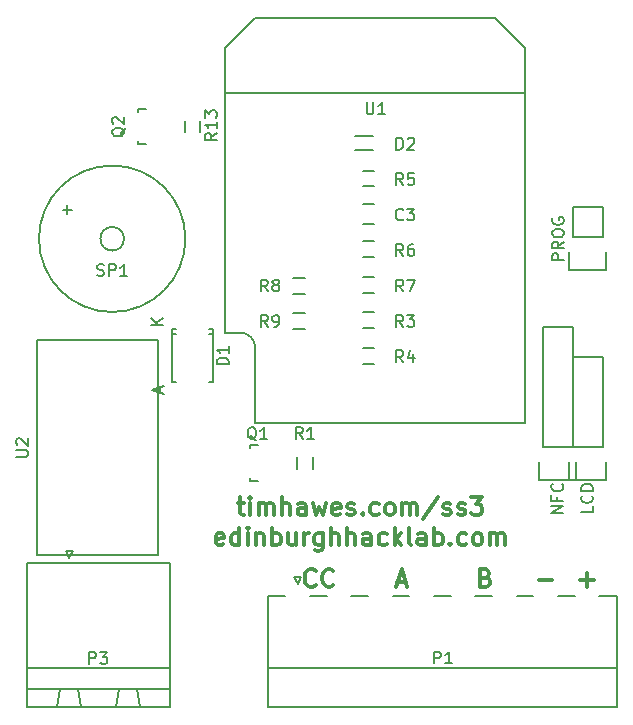
<source format=gto>
G04 #@! TF.GenerationSoftware,KiCad,Pcbnew,(5.0.0-3-g5ebb6b6)*
G04 #@! TF.CreationDate,2018-11-06T19:13:36+00:00*
G04 #@! TF.ProjectId,stony_skunk,73746F6E795F736B756E6B2E6B696361,rev?*
G04 #@! TF.SameCoordinates,Original*
G04 #@! TF.FileFunction,Legend,Top*
G04 #@! TF.FilePolarity,Positive*
%FSLAX46Y46*%
G04 Gerber Fmt 4.6, Leading zero omitted, Abs format (unit mm)*
G04 Created by KiCad (PCBNEW (5.0.0-3-g5ebb6b6)) date Tuesday, 06 November 2018 at 19:13:36*
%MOMM*%
%LPD*%
G01*
G04 APERTURE LIST*
%ADD10C,0.300000*%
%ADD11C,0.150000*%
G04 APERTURE END LIST*
D10*
X103828571Y-98907142D02*
X104971428Y-98907142D01*
X107328571Y-98907142D02*
X108471428Y-98907142D01*
X107900000Y-99478571D02*
X107900000Y-98335714D01*
X99307142Y-98692857D02*
X99521428Y-98764285D01*
X99592857Y-98835714D01*
X99664285Y-98978571D01*
X99664285Y-99192857D01*
X99592857Y-99335714D01*
X99521428Y-99407142D01*
X99378571Y-99478571D01*
X98807142Y-99478571D01*
X98807142Y-97978571D01*
X99307142Y-97978571D01*
X99450000Y-98050000D01*
X99521428Y-98121428D01*
X99592857Y-98264285D01*
X99592857Y-98407142D01*
X99521428Y-98550000D01*
X99450000Y-98621428D01*
X99307142Y-98692857D01*
X98807142Y-98692857D01*
X91842857Y-99050000D02*
X92557142Y-99050000D01*
X91700000Y-99478571D02*
X92200000Y-97978571D01*
X92700000Y-99478571D01*
X84914285Y-99335714D02*
X84842857Y-99407142D01*
X84628571Y-99478571D01*
X84485714Y-99478571D01*
X84271428Y-99407142D01*
X84128571Y-99264285D01*
X84057142Y-99121428D01*
X83985714Y-98835714D01*
X83985714Y-98621428D01*
X84057142Y-98335714D01*
X84128571Y-98192857D01*
X84271428Y-98050000D01*
X84485714Y-97978571D01*
X84628571Y-97978571D01*
X84842857Y-98050000D01*
X84914285Y-98121428D01*
X86414285Y-99335714D02*
X86342857Y-99407142D01*
X86128571Y-99478571D01*
X85985714Y-99478571D01*
X85771428Y-99407142D01*
X85628571Y-99264285D01*
X85557142Y-99121428D01*
X85485714Y-98835714D01*
X85485714Y-98621428D01*
X85557142Y-98335714D01*
X85628571Y-98192857D01*
X85771428Y-98050000D01*
X85985714Y-97978571D01*
X86128571Y-97978571D01*
X86342857Y-98050000D01*
X86414285Y-98121428D01*
X78321428Y-92403571D02*
X78892857Y-92403571D01*
X78535714Y-91903571D02*
X78535714Y-93189285D01*
X78607142Y-93332142D01*
X78750000Y-93403571D01*
X78892857Y-93403571D01*
X79392857Y-93403571D02*
X79392857Y-92403571D01*
X79392857Y-91903571D02*
X79321428Y-91975000D01*
X79392857Y-92046428D01*
X79464285Y-91975000D01*
X79392857Y-91903571D01*
X79392857Y-92046428D01*
X80107142Y-93403571D02*
X80107142Y-92403571D01*
X80107142Y-92546428D02*
X80178571Y-92475000D01*
X80321428Y-92403571D01*
X80535714Y-92403571D01*
X80678571Y-92475000D01*
X80750000Y-92617857D01*
X80750000Y-93403571D01*
X80750000Y-92617857D02*
X80821428Y-92475000D01*
X80964285Y-92403571D01*
X81178571Y-92403571D01*
X81321428Y-92475000D01*
X81392857Y-92617857D01*
X81392857Y-93403571D01*
X82107142Y-93403571D02*
X82107142Y-91903571D01*
X82750000Y-93403571D02*
X82750000Y-92617857D01*
X82678571Y-92475000D01*
X82535714Y-92403571D01*
X82321428Y-92403571D01*
X82178571Y-92475000D01*
X82107142Y-92546428D01*
X84107142Y-93403571D02*
X84107142Y-92617857D01*
X84035714Y-92475000D01*
X83892857Y-92403571D01*
X83607142Y-92403571D01*
X83464285Y-92475000D01*
X84107142Y-93332142D02*
X83964285Y-93403571D01*
X83607142Y-93403571D01*
X83464285Y-93332142D01*
X83392857Y-93189285D01*
X83392857Y-93046428D01*
X83464285Y-92903571D01*
X83607142Y-92832142D01*
X83964285Y-92832142D01*
X84107142Y-92760714D01*
X84678571Y-92403571D02*
X84964285Y-93403571D01*
X85250000Y-92689285D01*
X85535714Y-93403571D01*
X85821428Y-92403571D01*
X86964285Y-93332142D02*
X86821428Y-93403571D01*
X86535714Y-93403571D01*
X86392857Y-93332142D01*
X86321428Y-93189285D01*
X86321428Y-92617857D01*
X86392857Y-92475000D01*
X86535714Y-92403571D01*
X86821428Y-92403571D01*
X86964285Y-92475000D01*
X87035714Y-92617857D01*
X87035714Y-92760714D01*
X86321428Y-92903571D01*
X87607142Y-93332142D02*
X87750000Y-93403571D01*
X88035714Y-93403571D01*
X88178571Y-93332142D01*
X88250000Y-93189285D01*
X88250000Y-93117857D01*
X88178571Y-92975000D01*
X88035714Y-92903571D01*
X87821428Y-92903571D01*
X87678571Y-92832142D01*
X87607142Y-92689285D01*
X87607142Y-92617857D01*
X87678571Y-92475000D01*
X87821428Y-92403571D01*
X88035714Y-92403571D01*
X88178571Y-92475000D01*
X88892857Y-93260714D02*
X88964285Y-93332142D01*
X88892857Y-93403571D01*
X88821428Y-93332142D01*
X88892857Y-93260714D01*
X88892857Y-93403571D01*
X90250000Y-93332142D02*
X90107142Y-93403571D01*
X89821428Y-93403571D01*
X89678571Y-93332142D01*
X89607142Y-93260714D01*
X89535714Y-93117857D01*
X89535714Y-92689285D01*
X89607142Y-92546428D01*
X89678571Y-92475000D01*
X89821428Y-92403571D01*
X90107142Y-92403571D01*
X90250000Y-92475000D01*
X91107142Y-93403571D02*
X90964285Y-93332142D01*
X90892857Y-93260714D01*
X90821428Y-93117857D01*
X90821428Y-92689285D01*
X90892857Y-92546428D01*
X90964285Y-92475000D01*
X91107142Y-92403571D01*
X91321428Y-92403571D01*
X91464285Y-92475000D01*
X91535714Y-92546428D01*
X91607142Y-92689285D01*
X91607142Y-93117857D01*
X91535714Y-93260714D01*
X91464285Y-93332142D01*
X91321428Y-93403571D01*
X91107142Y-93403571D01*
X92250000Y-93403571D02*
X92250000Y-92403571D01*
X92250000Y-92546428D02*
X92321428Y-92475000D01*
X92464285Y-92403571D01*
X92678571Y-92403571D01*
X92821428Y-92475000D01*
X92892857Y-92617857D01*
X92892857Y-93403571D01*
X92892857Y-92617857D02*
X92964285Y-92475000D01*
X93107142Y-92403571D01*
X93321428Y-92403571D01*
X93464285Y-92475000D01*
X93535714Y-92617857D01*
X93535714Y-93403571D01*
X95321428Y-91832142D02*
X94035714Y-93760714D01*
X95750000Y-93332142D02*
X95892857Y-93403571D01*
X96178571Y-93403571D01*
X96321428Y-93332142D01*
X96392857Y-93189285D01*
X96392857Y-93117857D01*
X96321428Y-92975000D01*
X96178571Y-92903571D01*
X95964285Y-92903571D01*
X95821428Y-92832142D01*
X95750000Y-92689285D01*
X95750000Y-92617857D01*
X95821428Y-92475000D01*
X95964285Y-92403571D01*
X96178571Y-92403571D01*
X96321428Y-92475000D01*
X96964285Y-93332142D02*
X97107142Y-93403571D01*
X97392857Y-93403571D01*
X97535714Y-93332142D01*
X97607142Y-93189285D01*
X97607142Y-93117857D01*
X97535714Y-92975000D01*
X97392857Y-92903571D01*
X97178571Y-92903571D01*
X97035714Y-92832142D01*
X96964285Y-92689285D01*
X96964285Y-92617857D01*
X97035714Y-92475000D01*
X97178571Y-92403571D01*
X97392857Y-92403571D01*
X97535714Y-92475000D01*
X98107142Y-91903571D02*
X99035714Y-91903571D01*
X98535714Y-92475000D01*
X98750000Y-92475000D01*
X98892857Y-92546428D01*
X98964285Y-92617857D01*
X99035714Y-92760714D01*
X99035714Y-93117857D01*
X98964285Y-93260714D01*
X98892857Y-93332142D01*
X98750000Y-93403571D01*
X98321428Y-93403571D01*
X98178571Y-93332142D01*
X98107142Y-93260714D01*
X77107142Y-95882142D02*
X76964285Y-95953571D01*
X76678571Y-95953571D01*
X76535714Y-95882142D01*
X76464285Y-95739285D01*
X76464285Y-95167857D01*
X76535714Y-95025000D01*
X76678571Y-94953571D01*
X76964285Y-94953571D01*
X77107142Y-95025000D01*
X77178571Y-95167857D01*
X77178571Y-95310714D01*
X76464285Y-95453571D01*
X78464285Y-95953571D02*
X78464285Y-94453571D01*
X78464285Y-95882142D02*
X78321428Y-95953571D01*
X78035714Y-95953571D01*
X77892857Y-95882142D01*
X77821428Y-95810714D01*
X77750000Y-95667857D01*
X77750000Y-95239285D01*
X77821428Y-95096428D01*
X77892857Y-95025000D01*
X78035714Y-94953571D01*
X78321428Y-94953571D01*
X78464285Y-95025000D01*
X79178571Y-95953571D02*
X79178571Y-94953571D01*
X79178571Y-94453571D02*
X79107142Y-94525000D01*
X79178571Y-94596428D01*
X79250000Y-94525000D01*
X79178571Y-94453571D01*
X79178571Y-94596428D01*
X79892857Y-94953571D02*
X79892857Y-95953571D01*
X79892857Y-95096428D02*
X79964285Y-95025000D01*
X80107142Y-94953571D01*
X80321428Y-94953571D01*
X80464285Y-95025000D01*
X80535714Y-95167857D01*
X80535714Y-95953571D01*
X81250000Y-95953571D02*
X81250000Y-94453571D01*
X81250000Y-95025000D02*
X81392857Y-94953571D01*
X81678571Y-94953571D01*
X81821428Y-95025000D01*
X81892857Y-95096428D01*
X81964285Y-95239285D01*
X81964285Y-95667857D01*
X81892857Y-95810714D01*
X81821428Y-95882142D01*
X81678571Y-95953571D01*
X81392857Y-95953571D01*
X81250000Y-95882142D01*
X83250000Y-94953571D02*
X83250000Y-95953571D01*
X82607142Y-94953571D02*
X82607142Y-95739285D01*
X82678571Y-95882142D01*
X82821428Y-95953571D01*
X83035714Y-95953571D01*
X83178571Y-95882142D01*
X83250000Y-95810714D01*
X83964285Y-95953571D02*
X83964285Y-94953571D01*
X83964285Y-95239285D02*
X84035714Y-95096428D01*
X84107142Y-95025000D01*
X84250000Y-94953571D01*
X84392857Y-94953571D01*
X85535714Y-94953571D02*
X85535714Y-96167857D01*
X85464285Y-96310714D01*
X85392857Y-96382142D01*
X85250000Y-96453571D01*
X85035714Y-96453571D01*
X84892857Y-96382142D01*
X85535714Y-95882142D02*
X85392857Y-95953571D01*
X85107142Y-95953571D01*
X84964285Y-95882142D01*
X84892857Y-95810714D01*
X84821428Y-95667857D01*
X84821428Y-95239285D01*
X84892857Y-95096428D01*
X84964285Y-95025000D01*
X85107142Y-94953571D01*
X85392857Y-94953571D01*
X85535714Y-95025000D01*
X86250000Y-95953571D02*
X86250000Y-94453571D01*
X86892857Y-95953571D02*
X86892857Y-95167857D01*
X86821428Y-95025000D01*
X86678571Y-94953571D01*
X86464285Y-94953571D01*
X86321428Y-95025000D01*
X86250000Y-95096428D01*
X87607142Y-95953571D02*
X87607142Y-94453571D01*
X88250000Y-95953571D02*
X88250000Y-95167857D01*
X88178571Y-95025000D01*
X88035714Y-94953571D01*
X87821428Y-94953571D01*
X87678571Y-95025000D01*
X87607142Y-95096428D01*
X89607142Y-95953571D02*
X89607142Y-95167857D01*
X89535714Y-95025000D01*
X89392857Y-94953571D01*
X89107142Y-94953571D01*
X88964285Y-95025000D01*
X89607142Y-95882142D02*
X89464285Y-95953571D01*
X89107142Y-95953571D01*
X88964285Y-95882142D01*
X88892857Y-95739285D01*
X88892857Y-95596428D01*
X88964285Y-95453571D01*
X89107142Y-95382142D01*
X89464285Y-95382142D01*
X89607142Y-95310714D01*
X90964285Y-95882142D02*
X90821428Y-95953571D01*
X90535714Y-95953571D01*
X90392857Y-95882142D01*
X90321428Y-95810714D01*
X90250000Y-95667857D01*
X90250000Y-95239285D01*
X90321428Y-95096428D01*
X90392857Y-95025000D01*
X90535714Y-94953571D01*
X90821428Y-94953571D01*
X90964285Y-95025000D01*
X91607142Y-95953571D02*
X91607142Y-94453571D01*
X91750000Y-95382142D02*
X92178571Y-95953571D01*
X92178571Y-94953571D02*
X91607142Y-95525000D01*
X93035714Y-95953571D02*
X92892857Y-95882142D01*
X92821428Y-95739285D01*
X92821428Y-94453571D01*
X94250000Y-95953571D02*
X94250000Y-95167857D01*
X94178571Y-95025000D01*
X94035714Y-94953571D01*
X93750000Y-94953571D01*
X93607142Y-95025000D01*
X94250000Y-95882142D02*
X94107142Y-95953571D01*
X93750000Y-95953571D01*
X93607142Y-95882142D01*
X93535714Y-95739285D01*
X93535714Y-95596428D01*
X93607142Y-95453571D01*
X93750000Y-95382142D01*
X94107142Y-95382142D01*
X94250000Y-95310714D01*
X94964285Y-95953571D02*
X94964285Y-94453571D01*
X94964285Y-95025000D02*
X95107142Y-94953571D01*
X95392857Y-94953571D01*
X95535714Y-95025000D01*
X95607142Y-95096428D01*
X95678571Y-95239285D01*
X95678571Y-95667857D01*
X95607142Y-95810714D01*
X95535714Y-95882142D01*
X95392857Y-95953571D01*
X95107142Y-95953571D01*
X94964285Y-95882142D01*
X96321428Y-95810714D02*
X96392857Y-95882142D01*
X96321428Y-95953571D01*
X96250000Y-95882142D01*
X96321428Y-95810714D01*
X96321428Y-95953571D01*
X97678571Y-95882142D02*
X97535714Y-95953571D01*
X97250000Y-95953571D01*
X97107142Y-95882142D01*
X97035714Y-95810714D01*
X96964285Y-95667857D01*
X96964285Y-95239285D01*
X97035714Y-95096428D01*
X97107142Y-95025000D01*
X97250000Y-94953571D01*
X97535714Y-94953571D01*
X97678571Y-95025000D01*
X98535714Y-95953571D02*
X98392857Y-95882142D01*
X98321428Y-95810714D01*
X98250000Y-95667857D01*
X98250000Y-95239285D01*
X98321428Y-95096428D01*
X98392857Y-95025000D01*
X98535714Y-94953571D01*
X98750000Y-94953571D01*
X98892857Y-95025000D01*
X98964285Y-95096428D01*
X99035714Y-95239285D01*
X99035714Y-95667857D01*
X98964285Y-95810714D01*
X98892857Y-95882142D01*
X98750000Y-95953571D01*
X98535714Y-95953571D01*
X99678571Y-95953571D02*
X99678571Y-94953571D01*
X99678571Y-95096428D02*
X99750000Y-95025000D01*
X99892857Y-94953571D01*
X100107142Y-94953571D01*
X100250000Y-95025000D01*
X100321428Y-95167857D01*
X100321428Y-95953571D01*
X100321428Y-95167857D02*
X100392857Y-95025000D01*
X100535714Y-94953571D01*
X100750000Y-94953571D01*
X100892857Y-95025000D01*
X100964285Y-95167857D01*
X100964285Y-95953571D01*
D11*
G04 #@! TO.C,U1*
X79810000Y-79210000D02*
X79810000Y-85560000D01*
X77270000Y-77940000D02*
X78540000Y-77940000D01*
X79810000Y-79210000D02*
G75*
G03X78540000Y-77940000I-1270000J0D01*
G01*
X79810000Y-85560000D02*
X102670000Y-85560000D01*
X77270000Y-57620000D02*
X77270000Y-77940000D01*
X102670000Y-57620000D02*
X102670000Y-85560000D01*
X102670000Y-53810000D02*
X100130000Y-51270000D01*
X100130000Y-51270000D02*
X79810000Y-51270000D01*
X79810000Y-51270000D02*
X77270000Y-53810000D01*
X102670000Y-57620000D02*
X77270000Y-57620000D01*
X77270000Y-57620000D02*
X77270000Y-53810000D01*
X102670000Y-53810000D02*
X102670000Y-57620000D01*
G04 #@! TO.C,D1*
X72749940Y-78099840D02*
X73100460Y-78099840D01*
X76250060Y-78099840D02*
X75899540Y-78099840D01*
X72749940Y-82149420D02*
X73100460Y-82149420D01*
X72749940Y-77648540D02*
X73100460Y-77648540D01*
X76250060Y-77648540D02*
X75899540Y-77648540D01*
X76250060Y-82149420D02*
X75899540Y-82149420D01*
X72749940Y-77648540D02*
X72749940Y-82149420D01*
X76250060Y-77648540D02*
X76250060Y-82149420D01*
G04 #@! TO.C,Q1*
X79349760Y-87700840D02*
X79349760Y-87749100D01*
X80050800Y-90499820D02*
X79349760Y-90499820D01*
X79349760Y-90499820D02*
X79349760Y-90250900D01*
X79349760Y-87700840D02*
X79349760Y-87500180D01*
X79349760Y-87500180D02*
X80050800Y-87500180D01*
G04 #@! TO.C,P1*
X80870000Y-100270000D02*
X80870000Y-109630000D01*
X80870000Y-109630000D02*
X110430000Y-109630000D01*
X110430000Y-109630000D02*
X110430000Y-100270000D01*
X80870000Y-100270000D02*
X82350000Y-100270000D01*
X110430000Y-100270000D02*
X108950000Y-100270000D01*
X84450000Y-100270000D02*
X85850000Y-100270000D01*
X87950000Y-100270000D02*
X89350000Y-100270000D01*
X91450000Y-100270000D02*
X92850000Y-100270000D01*
X94950000Y-100270000D02*
X96350000Y-100270000D01*
X98450000Y-100270000D02*
X99850000Y-100270000D01*
X101950000Y-100270000D02*
X103350000Y-100270000D01*
X105450000Y-100270000D02*
X106850000Y-100270000D01*
X80870000Y-106350000D02*
X110430000Y-106350000D01*
X83400000Y-99250000D02*
X83700000Y-98650000D01*
X83700000Y-98650000D02*
X83100000Y-98650000D01*
X83100000Y-98650000D02*
X83400000Y-99250000D01*
G04 #@! TO.C,C3*
X89900000Y-67050000D02*
X88900000Y-67050000D01*
X88900000Y-68750000D02*
X89900000Y-68750000D01*
G04 #@! TO.C,D2*
X89800000Y-61300000D02*
X88250000Y-61300000D01*
X89800000Y-62500000D02*
X88250000Y-62500000D01*
G04 #@! TO.C,P2*
X109220000Y-87630000D02*
X109220000Y-80010000D01*
X106680000Y-87630000D02*
X106680000Y-80010000D01*
X106400000Y-90450000D02*
X106400000Y-88900000D01*
X109220000Y-80010000D02*
X106680000Y-80010000D01*
X106680000Y-87630000D02*
X109220000Y-87630000D01*
X109500000Y-88900000D02*
X109500000Y-90450000D01*
X109500000Y-90450000D02*
X106400000Y-90450000D01*
G04 #@! TO.C,P4*
X106960000Y-88900000D02*
X106960000Y-90450000D01*
X106960000Y-90450000D02*
X103860000Y-90450000D01*
X103860000Y-90450000D02*
X103860000Y-88900000D01*
X104140000Y-87630000D02*
X104140000Y-77470000D01*
X104140000Y-77470000D02*
X106680000Y-77470000D01*
X106680000Y-77470000D02*
X106680000Y-87630000D01*
X104140000Y-87630000D02*
X106680000Y-87630000D01*
G04 #@! TO.C,P7*
X106680000Y-69850000D02*
X106680000Y-67310000D01*
X106400000Y-72670000D02*
X106400000Y-71120000D01*
X106680000Y-69850000D02*
X109220000Y-69850000D01*
X109500000Y-71120000D02*
X109500000Y-72670000D01*
X109500000Y-72670000D02*
X106400000Y-72670000D01*
X109220000Y-69850000D02*
X109220000Y-67310000D01*
X109220000Y-67310000D02*
X106680000Y-67310000D01*
G04 #@! TO.C,Q2*
X69849760Y-59200840D02*
X69849760Y-59249100D01*
X70550800Y-61999820D02*
X69849760Y-61999820D01*
X69849760Y-61999820D02*
X69849760Y-61750900D01*
X69849760Y-59200840D02*
X69849760Y-59000180D01*
X69849760Y-59000180D02*
X70550800Y-59000180D01*
G04 #@! TO.C,R1*
X84675000Y-88500000D02*
X84675000Y-89500000D01*
X83325000Y-89500000D02*
X83325000Y-88500000D01*
G04 #@! TO.C,R3*
X89900000Y-77575000D02*
X88900000Y-77575000D01*
X88900000Y-76225000D02*
X89900000Y-76225000D01*
G04 #@! TO.C,R4*
X89900000Y-80575000D02*
X88900000Y-80575000D01*
X88900000Y-79225000D02*
X89900000Y-79225000D01*
G04 #@! TO.C,R5*
X88900000Y-64225000D02*
X89900000Y-64225000D01*
X89900000Y-65575000D02*
X88900000Y-65575000D01*
G04 #@! TO.C,R6*
X88900000Y-70225000D02*
X89900000Y-70225000D01*
X89900000Y-71575000D02*
X88900000Y-71575000D01*
G04 #@! TO.C,R7*
X89900000Y-74575000D02*
X88900000Y-74575000D01*
X88900000Y-73225000D02*
X89900000Y-73225000D01*
G04 #@! TO.C,R8*
X84000000Y-74675000D02*
X83000000Y-74675000D01*
X83000000Y-73325000D02*
X84000000Y-73325000D01*
G04 #@! TO.C,R9*
X84000000Y-77675000D02*
X83000000Y-77675000D01*
X83000000Y-76325000D02*
X84000000Y-76325000D01*
G04 #@! TO.C,R13*
X75175000Y-60000000D02*
X75175000Y-61000000D01*
X73825000Y-61000000D02*
X73825000Y-60000000D01*
G04 #@! TO.C,SP1*
X68700920Y-70000000D02*
G75*
G03X68700920Y-70000000I-1000760J0D01*
G01*
X73900300Y-70000000D02*
G75*
G03X73900300Y-70000000I-6200140J0D01*
G01*
G04 #@! TO.C,P3*
X60470000Y-97470000D02*
X60470000Y-109630000D01*
X60470000Y-109630000D02*
X72630000Y-109630000D01*
X72630000Y-109630000D02*
X72630000Y-97470000D01*
X72630000Y-97470000D02*
X60470000Y-97470000D01*
X60470000Y-108130000D02*
X60470000Y-106330000D01*
X60470000Y-106330000D02*
X72630000Y-106330000D01*
X72630000Y-106330000D02*
X72630000Y-108130000D01*
X72630000Y-108130000D02*
X60470000Y-108130000D01*
X63050000Y-109630000D02*
X65050000Y-109630000D01*
X65050000Y-109630000D02*
X64800000Y-108130000D01*
X64800000Y-108130000D02*
X63300000Y-108130000D01*
X63300000Y-108130000D02*
X63050000Y-109630000D01*
X68050000Y-109630000D02*
X70050000Y-109630000D01*
X70050000Y-109630000D02*
X69800000Y-108130000D01*
X69800000Y-108130000D02*
X68300000Y-108130000D01*
X68300000Y-108130000D02*
X68050000Y-109630000D01*
X64050000Y-97050000D02*
X64350000Y-96450000D01*
X64350000Y-96450000D02*
X63750000Y-96450000D01*
X63750000Y-96450000D02*
X64050000Y-97050000D01*
G04 #@! TO.C,U2*
X61350000Y-78600000D02*
X61350000Y-96800000D01*
X61350000Y-96800000D02*
X71550000Y-96800000D01*
X71550000Y-96800000D02*
X71550000Y-78600000D01*
X61350000Y-78600000D02*
X71550000Y-78600000D01*
G04 #@! TO.C,U1*
X89238095Y-58452380D02*
X89238095Y-59261904D01*
X89285714Y-59357142D01*
X89333333Y-59404761D01*
X89428571Y-59452380D01*
X89619047Y-59452380D01*
X89714285Y-59404761D01*
X89761904Y-59357142D01*
X89809523Y-59261904D01*
X89809523Y-58452380D01*
X90809523Y-59452380D02*
X90238095Y-59452380D01*
X90523809Y-59452380D02*
X90523809Y-58452380D01*
X90428571Y-58595238D01*
X90333333Y-58690476D01*
X90238095Y-58738095D01*
G04 #@! TO.C,D1*
X77552380Y-80637075D02*
X76552380Y-80637075D01*
X76552380Y-80398980D01*
X76600000Y-80256122D01*
X76695238Y-80160884D01*
X76790476Y-80113265D01*
X76980952Y-80065646D01*
X77123809Y-80065646D01*
X77314285Y-80113265D01*
X77409523Y-80160884D01*
X77504761Y-80256122D01*
X77552380Y-80398980D01*
X77552380Y-80637075D01*
X77552380Y-79113265D02*
X77552380Y-79684694D01*
X77552380Y-79398980D02*
X76552380Y-79398980D01*
X76695238Y-79494218D01*
X76790476Y-79589456D01*
X76838095Y-79684694D01*
X72002380Y-77260884D02*
X71002380Y-77260884D01*
X72002380Y-76689456D02*
X71430952Y-77118027D01*
X71002380Y-76689456D02*
X71573809Y-77260884D01*
X71766666Y-83037075D02*
X71766666Y-82560884D01*
X72052380Y-83132313D02*
X71052380Y-82798980D01*
X72052380Y-82465646D01*
G04 #@! TO.C,Q1*
X79904761Y-87047619D02*
X79809523Y-87000000D01*
X79714285Y-86904761D01*
X79571428Y-86761904D01*
X79476190Y-86714285D01*
X79380952Y-86714285D01*
X79428571Y-86952380D02*
X79333333Y-86904761D01*
X79238095Y-86809523D01*
X79190476Y-86619047D01*
X79190476Y-86285714D01*
X79238095Y-86095238D01*
X79333333Y-86000000D01*
X79428571Y-85952380D01*
X79619047Y-85952380D01*
X79714285Y-86000000D01*
X79809523Y-86095238D01*
X79857142Y-86285714D01*
X79857142Y-86619047D01*
X79809523Y-86809523D01*
X79714285Y-86904761D01*
X79619047Y-86952380D01*
X79428571Y-86952380D01*
X80809523Y-86952380D02*
X80238095Y-86952380D01*
X80523809Y-86952380D02*
X80523809Y-85952380D01*
X80428571Y-86095238D01*
X80333333Y-86190476D01*
X80238095Y-86238095D01*
G04 #@! TO.C,P1*
X94961904Y-105952380D02*
X94961904Y-104952380D01*
X95342857Y-104952380D01*
X95438095Y-105000000D01*
X95485714Y-105047619D01*
X95533333Y-105142857D01*
X95533333Y-105285714D01*
X95485714Y-105380952D01*
X95438095Y-105428571D01*
X95342857Y-105476190D01*
X94961904Y-105476190D01*
X96485714Y-105952380D02*
X95914285Y-105952380D01*
X96200000Y-105952380D02*
X96200000Y-104952380D01*
X96104761Y-105095238D01*
X96009523Y-105190476D01*
X95914285Y-105238095D01*
G04 #@! TO.C,C3*
X92333333Y-68357142D02*
X92285714Y-68404761D01*
X92142857Y-68452380D01*
X92047619Y-68452380D01*
X91904761Y-68404761D01*
X91809523Y-68309523D01*
X91761904Y-68214285D01*
X91714285Y-68023809D01*
X91714285Y-67880952D01*
X91761904Y-67690476D01*
X91809523Y-67595238D01*
X91904761Y-67500000D01*
X92047619Y-67452380D01*
X92142857Y-67452380D01*
X92285714Y-67500000D01*
X92333333Y-67547619D01*
X92666666Y-67452380D02*
X93285714Y-67452380D01*
X92952380Y-67833333D01*
X93095238Y-67833333D01*
X93190476Y-67880952D01*
X93238095Y-67928571D01*
X93285714Y-68023809D01*
X93285714Y-68261904D01*
X93238095Y-68357142D01*
X93190476Y-68404761D01*
X93095238Y-68452380D01*
X92809523Y-68452380D01*
X92714285Y-68404761D01*
X92666666Y-68357142D01*
G04 #@! TO.C,D2*
X91761904Y-62452380D02*
X91761904Y-61452380D01*
X92000000Y-61452380D01*
X92142857Y-61500000D01*
X92238095Y-61595238D01*
X92285714Y-61690476D01*
X92333333Y-61880952D01*
X92333333Y-62023809D01*
X92285714Y-62214285D01*
X92238095Y-62309523D01*
X92142857Y-62404761D01*
X92000000Y-62452380D01*
X91761904Y-62452380D01*
X92714285Y-61547619D02*
X92761904Y-61500000D01*
X92857142Y-61452380D01*
X93095238Y-61452380D01*
X93190476Y-61500000D01*
X93238095Y-61547619D01*
X93285714Y-61642857D01*
X93285714Y-61738095D01*
X93238095Y-61880952D01*
X92666666Y-62452380D01*
X93285714Y-62452380D01*
G04 #@! TO.C,P2*
X108387980Y-92655076D02*
X108387980Y-93131266D01*
X107387980Y-93131266D01*
X108292742Y-91750314D02*
X108340361Y-91797933D01*
X108387980Y-91940790D01*
X108387980Y-92036028D01*
X108340361Y-92178885D01*
X108245123Y-92274123D01*
X108149885Y-92321742D01*
X107959409Y-92369361D01*
X107816552Y-92369361D01*
X107626076Y-92321742D01*
X107530838Y-92274123D01*
X107435600Y-92178885D01*
X107387980Y-92036028D01*
X107387980Y-91940790D01*
X107435600Y-91797933D01*
X107483219Y-91750314D01*
X108387980Y-91321742D02*
X107387980Y-91321742D01*
X107387980Y-91083647D01*
X107435600Y-90940790D01*
X107530838Y-90845552D01*
X107626076Y-90797933D01*
X107816552Y-90750314D01*
X107959409Y-90750314D01*
X108149885Y-90797933D01*
X108245123Y-90845552D01*
X108340361Y-90940790D01*
X108387980Y-91083647D01*
X108387980Y-91321742D01*
G04 #@! TO.C,P4*
X105887980Y-93228885D02*
X104887980Y-93228885D01*
X105887980Y-92657457D01*
X104887980Y-92657457D01*
X105364171Y-91847933D02*
X105364171Y-92181266D01*
X105887980Y-92181266D02*
X104887980Y-92181266D01*
X104887980Y-91705076D01*
X105792742Y-90752695D02*
X105840361Y-90800314D01*
X105887980Y-90943171D01*
X105887980Y-91038409D01*
X105840361Y-91181266D01*
X105745123Y-91276504D01*
X105649885Y-91324123D01*
X105459409Y-91371742D01*
X105316552Y-91371742D01*
X105126076Y-91324123D01*
X105030838Y-91276504D01*
X104935600Y-91181266D01*
X104887980Y-91038409D01*
X104887980Y-90943171D01*
X104935600Y-90800314D01*
X104983219Y-90752695D01*
G04 #@! TO.C,P7*
X105952380Y-71815714D02*
X104952380Y-71815714D01*
X104952380Y-71434761D01*
X105000000Y-71339523D01*
X105047619Y-71291904D01*
X105142857Y-71244285D01*
X105285714Y-71244285D01*
X105380952Y-71291904D01*
X105428571Y-71339523D01*
X105476190Y-71434761D01*
X105476190Y-71815714D01*
X105952380Y-70244285D02*
X105476190Y-70577619D01*
X105952380Y-70815714D02*
X104952380Y-70815714D01*
X104952380Y-70434761D01*
X105000000Y-70339523D01*
X105047619Y-70291904D01*
X105142857Y-70244285D01*
X105285714Y-70244285D01*
X105380952Y-70291904D01*
X105428571Y-70339523D01*
X105476190Y-70434761D01*
X105476190Y-70815714D01*
X104952380Y-69625238D02*
X104952380Y-69434761D01*
X105000000Y-69339523D01*
X105095238Y-69244285D01*
X105285714Y-69196666D01*
X105619047Y-69196666D01*
X105809523Y-69244285D01*
X105904761Y-69339523D01*
X105952380Y-69434761D01*
X105952380Y-69625238D01*
X105904761Y-69720476D01*
X105809523Y-69815714D01*
X105619047Y-69863333D01*
X105285714Y-69863333D01*
X105095238Y-69815714D01*
X105000000Y-69720476D01*
X104952380Y-69625238D01*
X105000000Y-68244285D02*
X104952380Y-68339523D01*
X104952380Y-68482380D01*
X105000000Y-68625238D01*
X105095238Y-68720476D01*
X105190476Y-68768095D01*
X105380952Y-68815714D01*
X105523809Y-68815714D01*
X105714285Y-68768095D01*
X105809523Y-68720476D01*
X105904761Y-68625238D01*
X105952380Y-68482380D01*
X105952380Y-68387142D01*
X105904761Y-68244285D01*
X105857142Y-68196666D01*
X105523809Y-68196666D01*
X105523809Y-68387142D01*
G04 #@! TO.C,Q2*
X68797619Y-60595238D02*
X68750000Y-60690476D01*
X68654761Y-60785714D01*
X68511904Y-60928571D01*
X68464285Y-61023809D01*
X68464285Y-61119047D01*
X68702380Y-61071428D02*
X68654761Y-61166666D01*
X68559523Y-61261904D01*
X68369047Y-61309523D01*
X68035714Y-61309523D01*
X67845238Y-61261904D01*
X67750000Y-61166666D01*
X67702380Y-61071428D01*
X67702380Y-60880952D01*
X67750000Y-60785714D01*
X67845238Y-60690476D01*
X68035714Y-60642857D01*
X68369047Y-60642857D01*
X68559523Y-60690476D01*
X68654761Y-60785714D01*
X68702380Y-60880952D01*
X68702380Y-61071428D01*
X67797619Y-60261904D02*
X67750000Y-60214285D01*
X67702380Y-60119047D01*
X67702380Y-59880952D01*
X67750000Y-59785714D01*
X67797619Y-59738095D01*
X67892857Y-59690476D01*
X67988095Y-59690476D01*
X68130952Y-59738095D01*
X68702380Y-60309523D01*
X68702380Y-59690476D01*
G04 #@! TO.C,R1*
X83833333Y-86952380D02*
X83500000Y-86476190D01*
X83261904Y-86952380D02*
X83261904Y-85952380D01*
X83642857Y-85952380D01*
X83738095Y-86000000D01*
X83785714Y-86047619D01*
X83833333Y-86142857D01*
X83833333Y-86285714D01*
X83785714Y-86380952D01*
X83738095Y-86428571D01*
X83642857Y-86476190D01*
X83261904Y-86476190D01*
X84785714Y-86952380D02*
X84214285Y-86952380D01*
X84500000Y-86952380D02*
X84500000Y-85952380D01*
X84404761Y-86095238D01*
X84309523Y-86190476D01*
X84214285Y-86238095D01*
G04 #@! TO.C,R3*
X92333333Y-77452380D02*
X92000000Y-76976190D01*
X91761904Y-77452380D02*
X91761904Y-76452380D01*
X92142857Y-76452380D01*
X92238095Y-76500000D01*
X92285714Y-76547619D01*
X92333333Y-76642857D01*
X92333333Y-76785714D01*
X92285714Y-76880952D01*
X92238095Y-76928571D01*
X92142857Y-76976190D01*
X91761904Y-76976190D01*
X92666666Y-76452380D02*
X93285714Y-76452380D01*
X92952380Y-76833333D01*
X93095238Y-76833333D01*
X93190476Y-76880952D01*
X93238095Y-76928571D01*
X93285714Y-77023809D01*
X93285714Y-77261904D01*
X93238095Y-77357142D01*
X93190476Y-77404761D01*
X93095238Y-77452380D01*
X92809523Y-77452380D01*
X92714285Y-77404761D01*
X92666666Y-77357142D01*
G04 #@! TO.C,R4*
X92333333Y-80452380D02*
X92000000Y-79976190D01*
X91761904Y-80452380D02*
X91761904Y-79452380D01*
X92142857Y-79452380D01*
X92238095Y-79500000D01*
X92285714Y-79547619D01*
X92333333Y-79642857D01*
X92333333Y-79785714D01*
X92285714Y-79880952D01*
X92238095Y-79928571D01*
X92142857Y-79976190D01*
X91761904Y-79976190D01*
X93190476Y-79785714D02*
X93190476Y-80452380D01*
X92952380Y-79404761D02*
X92714285Y-80119047D01*
X93333333Y-80119047D01*
G04 #@! TO.C,R5*
X92333333Y-65452380D02*
X92000000Y-64976190D01*
X91761904Y-65452380D02*
X91761904Y-64452380D01*
X92142857Y-64452380D01*
X92238095Y-64500000D01*
X92285714Y-64547619D01*
X92333333Y-64642857D01*
X92333333Y-64785714D01*
X92285714Y-64880952D01*
X92238095Y-64928571D01*
X92142857Y-64976190D01*
X91761904Y-64976190D01*
X93238095Y-64452380D02*
X92761904Y-64452380D01*
X92714285Y-64928571D01*
X92761904Y-64880952D01*
X92857142Y-64833333D01*
X93095238Y-64833333D01*
X93190476Y-64880952D01*
X93238095Y-64928571D01*
X93285714Y-65023809D01*
X93285714Y-65261904D01*
X93238095Y-65357142D01*
X93190476Y-65404761D01*
X93095238Y-65452380D01*
X92857142Y-65452380D01*
X92761904Y-65404761D01*
X92714285Y-65357142D01*
G04 #@! TO.C,R6*
X92333333Y-71452380D02*
X92000000Y-70976190D01*
X91761904Y-71452380D02*
X91761904Y-70452380D01*
X92142857Y-70452380D01*
X92238095Y-70500000D01*
X92285714Y-70547619D01*
X92333333Y-70642857D01*
X92333333Y-70785714D01*
X92285714Y-70880952D01*
X92238095Y-70928571D01*
X92142857Y-70976190D01*
X91761904Y-70976190D01*
X93190476Y-70452380D02*
X93000000Y-70452380D01*
X92904761Y-70500000D01*
X92857142Y-70547619D01*
X92761904Y-70690476D01*
X92714285Y-70880952D01*
X92714285Y-71261904D01*
X92761904Y-71357142D01*
X92809523Y-71404761D01*
X92904761Y-71452380D01*
X93095238Y-71452380D01*
X93190476Y-71404761D01*
X93238095Y-71357142D01*
X93285714Y-71261904D01*
X93285714Y-71023809D01*
X93238095Y-70928571D01*
X93190476Y-70880952D01*
X93095238Y-70833333D01*
X92904761Y-70833333D01*
X92809523Y-70880952D01*
X92761904Y-70928571D01*
X92714285Y-71023809D01*
G04 #@! TO.C,R7*
X92333333Y-74452380D02*
X92000000Y-73976190D01*
X91761904Y-74452380D02*
X91761904Y-73452380D01*
X92142857Y-73452380D01*
X92238095Y-73500000D01*
X92285714Y-73547619D01*
X92333333Y-73642857D01*
X92333333Y-73785714D01*
X92285714Y-73880952D01*
X92238095Y-73928571D01*
X92142857Y-73976190D01*
X91761904Y-73976190D01*
X92666666Y-73452380D02*
X93333333Y-73452380D01*
X92904761Y-74452380D01*
G04 #@! TO.C,R8*
X80883333Y-74452380D02*
X80550000Y-73976190D01*
X80311904Y-74452380D02*
X80311904Y-73452380D01*
X80692857Y-73452380D01*
X80788095Y-73500000D01*
X80835714Y-73547619D01*
X80883333Y-73642857D01*
X80883333Y-73785714D01*
X80835714Y-73880952D01*
X80788095Y-73928571D01*
X80692857Y-73976190D01*
X80311904Y-73976190D01*
X81454761Y-73880952D02*
X81359523Y-73833333D01*
X81311904Y-73785714D01*
X81264285Y-73690476D01*
X81264285Y-73642857D01*
X81311904Y-73547619D01*
X81359523Y-73500000D01*
X81454761Y-73452380D01*
X81645238Y-73452380D01*
X81740476Y-73500000D01*
X81788095Y-73547619D01*
X81835714Y-73642857D01*
X81835714Y-73690476D01*
X81788095Y-73785714D01*
X81740476Y-73833333D01*
X81645238Y-73880952D01*
X81454761Y-73880952D01*
X81359523Y-73928571D01*
X81311904Y-73976190D01*
X81264285Y-74071428D01*
X81264285Y-74261904D01*
X81311904Y-74357142D01*
X81359523Y-74404761D01*
X81454761Y-74452380D01*
X81645238Y-74452380D01*
X81740476Y-74404761D01*
X81788095Y-74357142D01*
X81835714Y-74261904D01*
X81835714Y-74071428D01*
X81788095Y-73976190D01*
X81740476Y-73928571D01*
X81645238Y-73880952D01*
G04 #@! TO.C,R9*
X80883333Y-77452380D02*
X80550000Y-76976190D01*
X80311904Y-77452380D02*
X80311904Y-76452380D01*
X80692857Y-76452380D01*
X80788095Y-76500000D01*
X80835714Y-76547619D01*
X80883333Y-76642857D01*
X80883333Y-76785714D01*
X80835714Y-76880952D01*
X80788095Y-76928571D01*
X80692857Y-76976190D01*
X80311904Y-76976190D01*
X81359523Y-77452380D02*
X81550000Y-77452380D01*
X81645238Y-77404761D01*
X81692857Y-77357142D01*
X81788095Y-77214285D01*
X81835714Y-77023809D01*
X81835714Y-76642857D01*
X81788095Y-76547619D01*
X81740476Y-76500000D01*
X81645238Y-76452380D01*
X81454761Y-76452380D01*
X81359523Y-76500000D01*
X81311904Y-76547619D01*
X81264285Y-76642857D01*
X81264285Y-76880952D01*
X81311904Y-76976190D01*
X81359523Y-77023809D01*
X81454761Y-77071428D01*
X81645238Y-77071428D01*
X81740476Y-77023809D01*
X81788095Y-76976190D01*
X81835714Y-76880952D01*
G04 #@! TO.C,R13*
X76552380Y-61042857D02*
X76076190Y-61376190D01*
X76552380Y-61614285D02*
X75552380Y-61614285D01*
X75552380Y-61233333D01*
X75600000Y-61138095D01*
X75647619Y-61090476D01*
X75742857Y-61042857D01*
X75885714Y-61042857D01*
X75980952Y-61090476D01*
X76028571Y-61138095D01*
X76076190Y-61233333D01*
X76076190Y-61614285D01*
X76552380Y-60090476D02*
X76552380Y-60661904D01*
X76552380Y-60376190D02*
X75552380Y-60376190D01*
X75695238Y-60471428D01*
X75790476Y-60566666D01*
X75838095Y-60661904D01*
X75552380Y-59757142D02*
X75552380Y-59138095D01*
X75933333Y-59471428D01*
X75933333Y-59328571D01*
X75980952Y-59233333D01*
X76028571Y-59185714D01*
X76123809Y-59138095D01*
X76361904Y-59138095D01*
X76457142Y-59185714D01*
X76504761Y-59233333D01*
X76552380Y-59328571D01*
X76552380Y-59614285D01*
X76504761Y-59709523D01*
X76457142Y-59757142D01*
G04 #@! TO.C,SP1*
X66438255Y-73104761D02*
X66581112Y-73152380D01*
X66819207Y-73152380D01*
X66914445Y-73104761D01*
X66962064Y-73057142D01*
X67009683Y-72961904D01*
X67009683Y-72866666D01*
X66962064Y-72771428D01*
X66914445Y-72723809D01*
X66819207Y-72676190D01*
X66628731Y-72628571D01*
X66533493Y-72580952D01*
X66485874Y-72533333D01*
X66438255Y-72438095D01*
X66438255Y-72342857D01*
X66485874Y-72247619D01*
X66533493Y-72200000D01*
X66628731Y-72152380D01*
X66866826Y-72152380D01*
X67009683Y-72200000D01*
X67438255Y-73152380D02*
X67438255Y-72152380D01*
X67819207Y-72152380D01*
X67914445Y-72200000D01*
X67962064Y-72247619D01*
X68009683Y-72342857D01*
X68009683Y-72485714D01*
X67962064Y-72580952D01*
X67914445Y-72628571D01*
X67819207Y-72676190D01*
X67438255Y-72676190D01*
X68962064Y-73152380D02*
X68390636Y-73152380D01*
X68676350Y-73152380D02*
X68676350Y-72152380D01*
X68581112Y-72295238D01*
X68485874Y-72390476D01*
X68390636Y-72438095D01*
X63509207Y-67531428D02*
X64271112Y-67531428D01*
X63890160Y-67912380D02*
X63890160Y-67150476D01*
G04 #@! TO.C,P3*
X65761904Y-106002380D02*
X65761904Y-105002380D01*
X66142857Y-105002380D01*
X66238095Y-105050000D01*
X66285714Y-105097619D01*
X66333333Y-105192857D01*
X66333333Y-105335714D01*
X66285714Y-105430952D01*
X66238095Y-105478571D01*
X66142857Y-105526190D01*
X65761904Y-105526190D01*
X66666666Y-105002380D02*
X67285714Y-105002380D01*
X66952380Y-105383333D01*
X67095238Y-105383333D01*
X67190476Y-105430952D01*
X67238095Y-105478571D01*
X67285714Y-105573809D01*
X67285714Y-105811904D01*
X67238095Y-105907142D01*
X67190476Y-105954761D01*
X67095238Y-106002380D01*
X66809523Y-106002380D01*
X66714285Y-105954761D01*
X66666666Y-105907142D01*
G04 #@! TO.C,U2*
X59552380Y-88461904D02*
X60361904Y-88461904D01*
X60457142Y-88414285D01*
X60504761Y-88366666D01*
X60552380Y-88271428D01*
X60552380Y-88080952D01*
X60504761Y-87985714D01*
X60457142Y-87938095D01*
X60361904Y-87890476D01*
X59552380Y-87890476D01*
X59647619Y-87461904D02*
X59600000Y-87414285D01*
X59552380Y-87319047D01*
X59552380Y-87080952D01*
X59600000Y-86985714D01*
X59647619Y-86938095D01*
X59742857Y-86890476D01*
X59838095Y-86890476D01*
X59980952Y-86938095D01*
X60552380Y-87509523D01*
X60552380Y-86890476D01*
G04 #@! TD*
M02*

</source>
